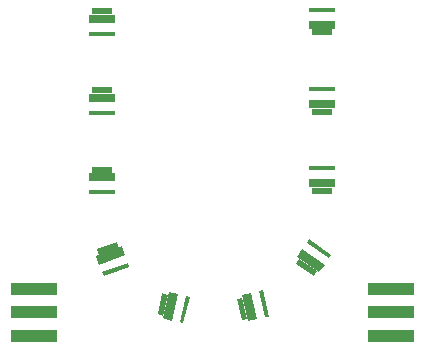
<source format=gts>
G04 #@! TF.FileFunction,Soldermask,Top*
%FSLAX46Y46*%
G04 Gerber Fmt 4.6, Leading zero omitted, Abs format (unit mm)*
G04 Created by KiCad (PCBNEW 4.0.0-rc2-stable) date 3/3/2016 3:48:12 PM*
%MOMM*%
G01*
G04 APERTURE LIST*
%ADD10C,0.150000*%
%ADD11R,1.800000X0.500000*%
%ADD12R,2.300000X0.320000*%
%ADD13R,2.300000X0.800000*%
%ADD14R,4.000000X1.000000*%
%ADD15C,0.600000*%
G04 APERTURE END LIST*
D10*
D11*
X54821617Y-22721893D03*
D12*
X54821617Y-24621893D03*
D13*
X54821617Y-23371893D03*
D11*
X54821617Y-29431410D03*
D12*
X54821617Y-31331410D03*
D13*
X54821617Y-30081410D03*
D11*
X54821617Y-36140924D03*
D12*
X54821617Y-38040924D03*
D13*
X54821617Y-36790924D03*
D10*
G36*
X54376499Y-42896259D02*
X56063188Y-42267704D01*
X56237787Y-42736229D01*
X54551098Y-43364784D01*
X54376499Y-42896259D01*
X54376499Y-42896259D01*
G37*
G36*
X54837139Y-44848285D02*
X56992352Y-44045133D01*
X57104095Y-44344989D01*
X54948882Y-45148141D01*
X54837139Y-44848285D01*
X54837139Y-44848285D01*
G37*
G36*
X54316835Y-43452083D02*
X56472049Y-42648930D01*
X56751407Y-43398569D01*
X54596193Y-44201722D01*
X54316835Y-43452083D01*
X54316835Y-43452083D01*
G37*
G36*
X59517080Y-48378839D02*
X59934861Y-46627994D01*
X60421206Y-46744045D01*
X60003425Y-48494890D01*
X59517080Y-48378839D01*
X59517080Y-48378839D01*
G37*
G36*
X61394712Y-49083892D02*
X61928543Y-46846701D01*
X62239804Y-46920974D01*
X61705973Y-49158165D01*
X61394712Y-49083892D01*
X61394712Y-49083892D01*
G37*
G36*
X59945401Y-48738062D02*
X60479232Y-46500871D01*
X61257385Y-46686552D01*
X60723554Y-48923743D01*
X59945401Y-48738062D01*
X59945401Y-48738062D01*
G37*
G36*
X66630357Y-48872197D02*
X66214535Y-47120885D01*
X66701011Y-47005379D01*
X67116833Y-48756691D01*
X66630357Y-48872197D01*
X66630357Y-48872197D01*
G37*
G36*
X68624283Y-48655720D02*
X68092955Y-46417934D01*
X68404299Y-46344010D01*
X68935627Y-48581796D01*
X68624283Y-48655720D01*
X68624283Y-48655720D01*
G37*
G36*
X67174586Y-48999928D02*
X66643257Y-46762142D01*
X67421618Y-46577332D01*
X67952947Y-48815118D01*
X67174586Y-48999928D01*
X67174586Y-48999928D01*
G37*
G36*
X72729226Y-45116742D02*
X71232348Y-44117064D01*
X71510036Y-43701264D01*
X73006914Y-44700942D01*
X72729226Y-45116742D01*
X72729226Y-45116742D01*
G37*
G36*
X74042325Y-43600704D02*
X72129648Y-42323338D01*
X72307369Y-42057226D01*
X74220046Y-43334592D01*
X74042325Y-43600704D01*
X74042325Y-43600704D01*
G37*
G36*
X73214814Y-44839787D02*
X71302137Y-43562420D01*
X71746438Y-42897141D01*
X73659115Y-44174508D01*
X73214814Y-44839787D01*
X73214814Y-44839787D01*
G37*
D11*
X73419270Y-37940924D03*
D12*
X73419270Y-36040924D03*
D13*
X73419270Y-37290924D03*
D11*
X73419270Y-31231406D03*
D12*
X73419270Y-29331406D03*
D13*
X73419270Y-30581406D03*
D11*
X73419270Y-24521891D03*
D12*
X73419270Y-22621891D03*
D13*
X73419270Y-23871891D03*
D14*
X79309200Y-50206340D03*
X79309200Y-48206340D03*
X79309200Y-46206340D03*
D15*
X78309200Y-50206340D03*
X78309200Y-48206340D03*
X78309200Y-46206340D03*
D14*
X49034782Y-46206340D03*
X49034782Y-48206340D03*
X49034782Y-50206340D03*
D15*
X50034782Y-46206340D03*
X50034782Y-48206340D03*
X50034782Y-50206340D03*
M02*

</source>
